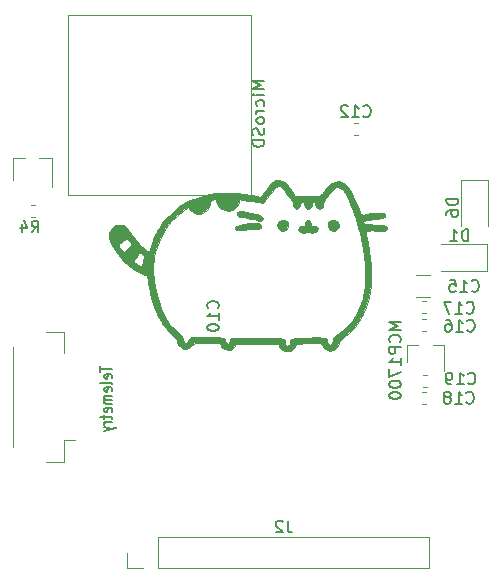
<source format=gbr>
%TF.GenerationSoftware,KiCad,Pcbnew,(5.1.6)-1*%
%TF.CreationDate,2020-08-20T13:52:42+07:00*%
%TF.ProjectId,drone_v3,64726f6e-655f-4763-932e-6b696361645f,rev?*%
%TF.SameCoordinates,Original*%
%TF.FileFunction,Legend,Bot*%
%TF.FilePolarity,Positive*%
%FSLAX46Y46*%
G04 Gerber Fmt 4.6, Leading zero omitted, Abs format (unit mm)*
G04 Created by KiCad (PCBNEW (5.1.6)-1) date 2020-08-20 13:52:42*
%MOMM*%
%LPD*%
G01*
G04 APERTURE LIST*
%ADD10C,0.120000*%
%ADD11C,0.010000*%
%ADD12C,0.150000*%
%ADD13C,0.200000*%
G04 APERTURE END LIST*
D10*
%TO.C,MicroSD*%
X118000000Y-82435000D02*
X125874000Y-82435000D01*
X125874000Y-82435000D02*
X125874000Y-93865000D01*
X125874000Y-93865000D02*
X125874000Y-96405000D01*
X110380000Y-96405000D02*
X110380000Y-84975000D01*
X110380000Y-82435000D02*
X118254000Y-82435000D01*
X110380000Y-84975000D02*
X110380000Y-82435000D01*
X118254000Y-97675000D02*
X110380000Y-97675000D01*
X110380000Y-96405000D02*
X110380000Y-97675000D01*
X118254000Y-97675000D02*
X125874000Y-97675000D01*
X125874000Y-97675000D02*
X125874000Y-96405000D01*
%TO.C,D6*%
X143615000Y-100350000D02*
X143615000Y-96465000D01*
X143615000Y-96465000D02*
X145885000Y-96465000D01*
X145885000Y-96465000D02*
X145885000Y-100350000D01*
%TO.C,D1*%
X145785000Y-104135000D02*
X141900000Y-104135000D01*
X145785000Y-101865000D02*
X145785000Y-104135000D01*
X141900000Y-101865000D02*
X145785000Y-101865000D01*
%TO.C,C15*%
X141027064Y-106310000D02*
X139822936Y-106310000D01*
X141027064Y-104490000D02*
X139822936Y-104490000D01*
%TO.C,MCP1700*%
X139020000Y-110415000D02*
X139020000Y-111875000D01*
X142180000Y-110415000D02*
X142180000Y-112575000D01*
X142180000Y-110415000D02*
X141250000Y-110415000D01*
X139020000Y-110415000D02*
X139950000Y-110415000D01*
D11*
%TO.C,G\u002A\u002A\u002A*%
G36*
X124706587Y-99118560D02*
G01*
X124640000Y-99187419D01*
X124622500Y-99296022D01*
X124646870Y-99417523D01*
X124733540Y-99502539D01*
X124902852Y-99561543D01*
X125175148Y-99605006D01*
X125236184Y-99611935D01*
X125511134Y-99653358D01*
X125830246Y-99717930D01*
X126076755Y-99779037D01*
X126354319Y-99852968D01*
X126537469Y-99890616D01*
X126653120Y-99893217D01*
X126728188Y-99862008D01*
X126778972Y-99811297D01*
X126833328Y-99672929D01*
X126765317Y-99541396D01*
X126579490Y-99418921D01*
X126280395Y-99307728D01*
X125872584Y-99210038D01*
X125388298Y-99131726D01*
X125061999Y-99094733D01*
X124841008Y-99089004D01*
X124706587Y-99118560D01*
G37*
X124706587Y-99118560D02*
X124640000Y-99187419D01*
X124622500Y-99296022D01*
X124646870Y-99417523D01*
X124733540Y-99502539D01*
X124902852Y-99561543D01*
X125175148Y-99605006D01*
X125236184Y-99611935D01*
X125511134Y-99653358D01*
X125830246Y-99717930D01*
X126076755Y-99779037D01*
X126354319Y-99852968D01*
X126537469Y-99890616D01*
X126653120Y-99893217D01*
X126728188Y-99862008D01*
X126778972Y-99811297D01*
X126833328Y-99672929D01*
X126765317Y-99541396D01*
X126579490Y-99418921D01*
X126280395Y-99307728D01*
X125872584Y-99210038D01*
X125388298Y-99131726D01*
X125061999Y-99094733D01*
X124841008Y-99089004D01*
X124706587Y-99118560D01*
G36*
X125856138Y-100105829D02*
G01*
X125738193Y-100110937D01*
X125247679Y-100149758D01*
X124878341Y-100213252D01*
X124630994Y-100301055D01*
X124506450Y-100412806D01*
X124505522Y-100548140D01*
X124561532Y-100636800D01*
X124645578Y-100698513D01*
X124777809Y-100717638D01*
X124985998Y-100695332D01*
X125162250Y-100661857D01*
X125346787Y-100636717D01*
X125608680Y-100617104D01*
X125898305Y-100606486D01*
X125966682Y-100605659D01*
X126288857Y-100599251D01*
X126504604Y-100580928D01*
X126634371Y-100544418D01*
X126698605Y-100483448D01*
X126717753Y-100391746D01*
X126718000Y-100375190D01*
X126693966Y-100254418D01*
X126611423Y-100171320D01*
X126454711Y-100121671D01*
X126208170Y-100101249D01*
X125856138Y-100105829D01*
G37*
X125856138Y-100105829D02*
X125738193Y-100110937D01*
X125247679Y-100149758D01*
X124878341Y-100213252D01*
X124630994Y-100301055D01*
X124506450Y-100412806D01*
X124505522Y-100548140D01*
X124561532Y-100636800D01*
X124645578Y-100698513D01*
X124777809Y-100717638D01*
X124985998Y-100695332D01*
X125162250Y-100661857D01*
X125346787Y-100636717D01*
X125608680Y-100617104D01*
X125898305Y-100606486D01*
X125966682Y-100605659D01*
X126288857Y-100599251D01*
X126504604Y-100580928D01*
X126634371Y-100544418D01*
X126698605Y-100483448D01*
X126717753Y-100391746D01*
X126718000Y-100375190D01*
X126693966Y-100254418D01*
X126611423Y-100171320D01*
X126454711Y-100121671D01*
X126208170Y-100101249D01*
X125856138Y-100105829D01*
G36*
X128218814Y-99908108D02*
G01*
X128087822Y-100074425D01*
X128052091Y-100266645D01*
X128095635Y-100458760D01*
X128202471Y-100624762D01*
X128356612Y-100738642D01*
X128542074Y-100774393D01*
X128718250Y-100720709D01*
X128913518Y-100553291D01*
X129000979Y-100345949D01*
X128976193Y-100125638D01*
X128848137Y-99932363D01*
X128646054Y-99801436D01*
X128430742Y-99796387D01*
X128218814Y-99908108D01*
G37*
X128218814Y-99908108D02*
X128087822Y-100074425D01*
X128052091Y-100266645D01*
X128095635Y-100458760D01*
X128202471Y-100624762D01*
X128356612Y-100738642D01*
X128542074Y-100774393D01*
X128718250Y-100720709D01*
X128913518Y-100553291D01*
X129000979Y-100345949D01*
X128976193Y-100125638D01*
X128848137Y-99932363D01*
X128646054Y-99801436D01*
X128430742Y-99796387D01*
X128218814Y-99908108D01*
G36*
X132653192Y-99805100D02*
G01*
X132461864Y-99932363D01*
X132329866Y-100138965D01*
X132313878Y-100357506D01*
X132409035Y-100560964D01*
X132603451Y-100718627D01*
X132744438Y-100778709D01*
X132864001Y-100772779D01*
X132941000Y-100747450D01*
X133134073Y-100619412D01*
X133244059Y-100430269D01*
X133264511Y-100216051D01*
X133188982Y-100012784D01*
X133091187Y-99908108D01*
X132867946Y-99793574D01*
X132653192Y-99805100D01*
G37*
X132653192Y-99805100D02*
X132461864Y-99932363D01*
X132329866Y-100138965D01*
X132313878Y-100357506D01*
X132409035Y-100560964D01*
X132603451Y-100718627D01*
X132744438Y-100778709D01*
X132864001Y-100772779D01*
X132941000Y-100747450D01*
X133134073Y-100619412D01*
X133244059Y-100430269D01*
X133264511Y-100216051D01*
X133188982Y-100012784D01*
X133091187Y-99908108D01*
X132867946Y-99793574D01*
X132653192Y-99805100D01*
G36*
X130531822Y-99837954D02*
G01*
X130427149Y-99964999D01*
X130388947Y-100141813D01*
X130367046Y-100296849D01*
X130315858Y-100358949D01*
X130204294Y-100362164D01*
X130189181Y-100360618D01*
X129982775Y-100379925D01*
X129861823Y-100469804D01*
X129834957Y-100599695D01*
X129910806Y-100739039D01*
X130054280Y-100838244D01*
X130232638Y-100904946D01*
X130380483Y-100901436D01*
X130475521Y-100871277D01*
X130690826Y-100831675D01*
X130786318Y-100858310D01*
X131019610Y-100916575D01*
X131258947Y-100866626D01*
X131339371Y-100820649D01*
X131459693Y-100682857D01*
X131472167Y-100540282D01*
X131391074Y-100422980D01*
X131230694Y-100361009D01*
X131120820Y-100360618D01*
X131001783Y-100361284D01*
X130946123Y-100306353D01*
X130922751Y-100161772D01*
X130921054Y-100141813D01*
X130864992Y-99934558D01*
X130750093Y-99819860D01*
X130594492Y-99811879D01*
X130531822Y-99837954D01*
G37*
X130531822Y-99837954D02*
X130427149Y-99964999D01*
X130388947Y-100141813D01*
X130367046Y-100296849D01*
X130315858Y-100358949D01*
X130204294Y-100362164D01*
X130189181Y-100360618D01*
X129982775Y-100379925D01*
X129861823Y-100469804D01*
X129834957Y-100599695D01*
X129910806Y-100739039D01*
X130054280Y-100838244D01*
X130232638Y-100904946D01*
X130380483Y-100901436D01*
X130475521Y-100871277D01*
X130690826Y-100831675D01*
X130786318Y-100858310D01*
X131019610Y-100916575D01*
X131258947Y-100866626D01*
X131339371Y-100820649D01*
X131459693Y-100682857D01*
X131472167Y-100540282D01*
X131391074Y-100422980D01*
X131230694Y-100361009D01*
X131120820Y-100360618D01*
X131001783Y-100361284D01*
X130946123Y-100306353D01*
X130922751Y-100161772D01*
X130921054Y-100141813D01*
X130864992Y-99934558D01*
X130750093Y-99819860D01*
X130594492Y-99811879D01*
X130531822Y-99837954D01*
G36*
X128052238Y-96450081D02*
G01*
X127914901Y-96480710D01*
X127845125Y-96484916D01*
X127799078Y-96522161D01*
X127797500Y-96537999D01*
X127748256Y-96598470D01*
X127726690Y-96601500D01*
X127644831Y-96645070D01*
X127519332Y-96755291D01*
X127456815Y-96820528D01*
X127352202Y-96937345D01*
X127261581Y-97044845D01*
X127163298Y-97170840D01*
X127035696Y-97343143D01*
X126857119Y-97589564D01*
X126845979Y-97605001D01*
X126694918Y-97783446D01*
X126577931Y-97849340D01*
X126540531Y-97846309D01*
X126408948Y-97816995D01*
X126220262Y-97784846D01*
X126175708Y-97778355D01*
X125967398Y-97746953D01*
X125786329Y-97716220D01*
X125762958Y-97711776D01*
X125601031Y-97684940D01*
X125387463Y-97655253D01*
X125321000Y-97647008D01*
X125108669Y-97618393D01*
X124926130Y-97588550D01*
X124885550Y-97580480D01*
X124760641Y-97567876D01*
X124537561Y-97558644D01*
X124245094Y-97552755D01*
X123912022Y-97550177D01*
X123567129Y-97550880D01*
X123239199Y-97554834D01*
X122957015Y-97562006D01*
X122749360Y-97572366D01*
X122656543Y-97582866D01*
X122488660Y-97614000D01*
X122279802Y-97648166D01*
X122247558Y-97653044D01*
X122058557Y-97692395D01*
X121807879Y-97759477D01*
X121527948Y-97843772D01*
X121251187Y-97934760D01*
X121010018Y-98021920D01*
X120836862Y-98094733D01*
X120773902Y-98131183D01*
X120700742Y-98173926D01*
X120685500Y-98163734D01*
X120636273Y-98161922D01*
X120504202Y-98217232D01*
X120312704Y-98317234D01*
X120085198Y-98449497D01*
X119845099Y-98601590D01*
X119785561Y-98641452D01*
X119590703Y-98788023D01*
X119357505Y-98985505D01*
X119106522Y-99213780D01*
X118858310Y-99452732D01*
X118633423Y-99682243D01*
X118452418Y-99882194D01*
X118335849Y-100032470D01*
X118305530Y-100089969D01*
X118252933Y-100194565D01*
X118215378Y-100221000D01*
X118171465Y-100273718D01*
X118087165Y-100413603D01*
X117976878Y-100613246D01*
X117855009Y-100845239D01*
X117735959Y-101082177D01*
X117634131Y-101296650D01*
X117564689Y-101459250D01*
X117509342Y-101601646D01*
X117435332Y-101789188D01*
X117421337Y-101824374D01*
X117368940Y-101972420D01*
X117352196Y-102055775D01*
X117356621Y-102062499D01*
X117351881Y-102111210D01*
X117300052Y-102229983D01*
X117292414Y-102244949D01*
X117238537Y-102381255D01*
X117235749Y-102464633D01*
X117237866Y-102467199D01*
X117260838Y-102508726D01*
X117195799Y-102491303D01*
X117062724Y-102422826D01*
X116942355Y-102350367D01*
X116515374Y-102014885D01*
X116443686Y-101935650D01*
X115734402Y-101935650D01*
X115431826Y-102243012D01*
X115272818Y-102399360D01*
X115147170Y-102513430D01*
X115082242Y-102560437D01*
X115022825Y-102518672D01*
X114917095Y-102400140D01*
X114817009Y-102269789D01*
X114693161Y-102083379D01*
X114646646Y-101963959D01*
X114667757Y-101886036D01*
X114669864Y-101883430D01*
X114767532Y-101792881D01*
X114921012Y-101676064D01*
X115092215Y-101558945D01*
X115243049Y-101467495D01*
X115335422Y-101427682D01*
X115338628Y-101427500D01*
X115405708Y-101476128D01*
X115508862Y-101599659D01*
X115566263Y-101681575D01*
X115734402Y-101935650D01*
X116443686Y-101935650D01*
X116099471Y-101555200D01*
X115777367Y-101101374D01*
X115534291Y-100745580D01*
X115326350Y-100493029D01*
X115138374Y-100330355D01*
X114955190Y-100244190D01*
X114778116Y-100221000D01*
X114419711Y-100271574D01*
X114141214Y-100418249D01*
X113949182Y-100653451D01*
X113850167Y-100969609D01*
X113844348Y-101299821D01*
X113934640Y-101710865D01*
X114134967Y-102147373D01*
X114448310Y-102614306D01*
X114877650Y-103116625D01*
X115034000Y-103279527D01*
X115307174Y-103550916D01*
X115528971Y-103751318D01*
X115731742Y-103905234D01*
X115947842Y-104037166D01*
X116209622Y-104171617D01*
X116216088Y-104174763D01*
X116475246Y-104297974D01*
X116703161Y-104401252D01*
X116868297Y-104470562D01*
X116924971Y-104490230D01*
X117003078Y-104533686D01*
X117052403Y-104633900D01*
X117085715Y-104821541D01*
X117094210Y-104896744D01*
X117132695Y-105200347D01*
X117185681Y-105539501D01*
X117243783Y-105858154D01*
X117292137Y-106078875D01*
X117349501Y-106308902D01*
X117401469Y-106519309D01*
X117414104Y-106571000D01*
X117441873Y-106664849D01*
X117450080Y-106682125D01*
X117475314Y-106748467D01*
X117478750Y-106761500D01*
X117504539Y-106836410D01*
X117507421Y-106840875D01*
X117529012Y-106908089D01*
X117540308Y-106959821D01*
X117580918Y-107092073D01*
X117659496Y-107292085D01*
X117763459Y-107533012D01*
X117880223Y-107788010D01*
X117997204Y-108030233D01*
X118101820Y-108232839D01*
X118181485Y-108368981D01*
X118221268Y-108412500D01*
X118269740Y-108462324D01*
X118272500Y-108486104D01*
X118316005Y-108599044D01*
X118434872Y-108777936D01*
X118611629Y-109002067D01*
X118828806Y-109250723D01*
X119068930Y-109503190D01*
X119314532Y-109738756D01*
X119373699Y-109791663D01*
X119547427Y-109985784D01*
X119606000Y-110155786D01*
X119647375Y-110303493D01*
X119750337Y-110473756D01*
X119786760Y-110517800D01*
X119953585Y-110664425D01*
X120142009Y-110726349D01*
X120229849Y-110734424D01*
X120398879Y-110729846D01*
X120538944Y-110680547D01*
X120698226Y-110565862D01*
X120773209Y-110501371D01*
X121054239Y-110254000D01*
X123168481Y-110254000D01*
X123256283Y-110464140D01*
X123404485Y-110672746D01*
X123639588Y-110792283D01*
X123921722Y-110825500D01*
X124087172Y-110809291D01*
X124216211Y-110742735D01*
X124357689Y-110598937D01*
X124379109Y-110573683D01*
X124590750Y-110321866D01*
X126347111Y-110312372D01*
X126808961Y-110311407D01*
X127230430Y-110313448D01*
X127594478Y-110318179D01*
X127884070Y-110325284D01*
X128082169Y-110334445D01*
X128171736Y-110345347D01*
X128173772Y-110346327D01*
X128215052Y-110424067D01*
X128205648Y-110451947D01*
X128225649Y-110527040D01*
X128318976Y-110650680D01*
X128399633Y-110733309D01*
X128661186Y-110907722D01*
X128937059Y-110960071D01*
X129211986Y-110889392D01*
X129361996Y-110794022D01*
X129501905Y-110653979D01*
X129591356Y-110510116D01*
X129599032Y-110486386D01*
X129635654Y-110400765D01*
X129713108Y-110348286D01*
X129863289Y-110314718D01*
X130028226Y-110294909D01*
X130268704Y-110276855D01*
X130583883Y-110262873D01*
X130921480Y-110255005D01*
X131075435Y-110254000D01*
X131731239Y-110254000D01*
X131826851Y-110438893D01*
X132021717Y-110699029D01*
X132279275Y-110849100D01*
X132543164Y-110889000D01*
X132743915Y-110871941D01*
X132895848Y-110802406D01*
X133042601Y-110673099D01*
X133203109Y-110470212D01*
X133258197Y-110278963D01*
X133258500Y-110262849D01*
X133271891Y-110158214D01*
X133325216Y-110060331D01*
X133438203Y-109946230D01*
X133630580Y-109792944D01*
X133718875Y-109726856D01*
X134200991Y-109330993D01*
X134600379Y-108911176D01*
X134959510Y-108422138D01*
X134996586Y-108364972D01*
X135343560Y-107775019D01*
X135596174Y-107227300D01*
X135766182Y-106694275D01*
X135823366Y-106427510D01*
X135852123Y-106270358D01*
X135893719Y-106044218D01*
X135928445Y-105856010D01*
X135982188Y-105426267D01*
X136006775Y-104900038D01*
X136005689Y-104683261D01*
X135509233Y-104683261D01*
X135454026Y-105541896D01*
X135326990Y-106321401D01*
X135284668Y-106498587D01*
X135075343Y-107132719D01*
X134783990Y-107743961D01*
X134425778Y-108310661D01*
X134015878Y-108811168D01*
X133569462Y-109223831D01*
X133199702Y-109474197D01*
X132967491Y-109619534D01*
X132830578Y-109749393D01*
X132765937Y-109894440D01*
X132750500Y-110072481D01*
X132717958Y-110280574D01*
X132641015Y-110372460D01*
X132488573Y-110400989D01*
X132367274Y-110324863D01*
X132307785Y-110166424D01*
X132306000Y-110128366D01*
X132298521Y-110012673D01*
X132266578Y-109923719D01*
X132195912Y-109858560D01*
X132072262Y-109814254D01*
X131881371Y-109787859D01*
X131608978Y-109776431D01*
X131240825Y-109777028D01*
X130762652Y-109786707D01*
X130662593Y-109789218D01*
X130183330Y-109802434D01*
X129816130Y-109817175D01*
X129546083Y-109837436D01*
X129358276Y-109867210D01*
X129237798Y-109910493D01*
X129169736Y-109971278D01*
X129139179Y-110053561D01*
X129131214Y-110161335D01*
X129131000Y-110199481D01*
X129092824Y-110355890D01*
X129021515Y-110435960D01*
X128869318Y-110463699D01*
X128746980Y-110387945D01*
X128687864Y-110232157D01*
X128686500Y-110200402D01*
X128686175Y-110098488D01*
X128677172Y-110015918D01*
X128647449Y-109950766D01*
X128584965Y-109901103D01*
X128477680Y-109865004D01*
X128313551Y-109840541D01*
X128080537Y-109825788D01*
X127766598Y-109818818D01*
X127359691Y-109817704D01*
X126847776Y-109820520D01*
X126337000Y-109824441D01*
X124146250Y-109841250D01*
X124079528Y-110047672D01*
X123988581Y-110263274D01*
X123892036Y-110356619D01*
X123784463Y-110332449D01*
X123767942Y-110319733D01*
X123689058Y-110193981D01*
X123670000Y-110091075D01*
X123658968Y-109984237D01*
X123616379Y-109901761D01*
X123527994Y-109840569D01*
X123379576Y-109797584D01*
X123156885Y-109769727D01*
X122845685Y-109753922D01*
X122431735Y-109747090D01*
X122073565Y-109746000D01*
X121672476Y-109747843D01*
X121310683Y-109752991D01*
X121008872Y-109760867D01*
X120787728Y-109770895D01*
X120667937Y-109782500D01*
X120656578Y-109785451D01*
X120565362Y-109866940D01*
X120474633Y-110015991D01*
X120462083Y-110044338D01*
X120360348Y-110206755D01*
X120255399Y-110247189D01*
X120166307Y-110168687D01*
X120114000Y-109988732D01*
X120083976Y-109869548D01*
X120016856Y-109746971D01*
X119895953Y-109599485D01*
X119704580Y-109405578D01*
X119542500Y-109251935D01*
X119015275Y-108681047D01*
X118570104Y-108028741D01*
X118204836Y-107290091D01*
X117917322Y-106460173D01*
X117705409Y-105534061D01*
X117597691Y-104798523D01*
X117544975Y-104178080D01*
X117545772Y-103630949D01*
X117604376Y-103113367D01*
X117646740Y-102926718D01*
X116800447Y-102926718D01*
X116770824Y-103077350D01*
X116719569Y-103273014D01*
X116657627Y-103476610D01*
X116595945Y-103651039D01*
X116545469Y-103759199D01*
X116526406Y-103777000D01*
X116437167Y-103745078D01*
X116281893Y-103662854D01*
X116154369Y-103585797D01*
X115969363Y-103450038D01*
X115894307Y-103348895D01*
X115898355Y-103315922D01*
X115955687Y-103223421D01*
X116058562Y-103062797D01*
X116161810Y-102903924D01*
X116379784Y-102570598D01*
X116580017Y-102708735D01*
X116712775Y-102800193D01*
X116791075Y-102853890D01*
X116797491Y-102858218D01*
X116800447Y-102926718D01*
X117646740Y-102926718D01*
X117725079Y-102581569D01*
X117857344Y-102151842D01*
X118189380Y-101311546D01*
X118589947Y-100575109D01*
X119063301Y-99936859D01*
X119613699Y-99391119D01*
X120245398Y-98932215D01*
X120295738Y-98901402D01*
X120509226Y-98772282D01*
X120698502Y-98987856D01*
X120958600Y-99195422D01*
X121271395Y-99306056D01*
X121597953Y-99305996D01*
X121598256Y-99305939D01*
X121889769Y-99190951D01*
X122136588Y-98980881D01*
X122313894Y-98706079D01*
X122396868Y-98396897D01*
X122400001Y-98325445D01*
X122429626Y-98175459D01*
X122534381Y-98104402D01*
X122542875Y-98102023D01*
X122749306Y-98062639D01*
X122863453Y-98088384D01*
X122906063Y-98186478D01*
X122908000Y-98229129D01*
X122962588Y-98459868D01*
X123107294Y-98692607D01*
X123313536Y-98884195D01*
X123362710Y-98915586D01*
X123622942Y-99013321D01*
X123915073Y-99038606D01*
X124189327Y-98991734D01*
X124352876Y-98909747D01*
X124540739Y-98734088D01*
X124697079Y-98522986D01*
X124794384Y-98318103D01*
X124813000Y-98212946D01*
X124810968Y-98158054D01*
X124816014Y-98118940D01*
X124844859Y-98096269D01*
X124914219Y-98090704D01*
X125040813Y-98102910D01*
X125241360Y-98133551D01*
X125532577Y-98183290D01*
X125931183Y-98252792D01*
X125965258Y-98258713D01*
X126276011Y-98308801D01*
X126546122Y-98345117D01*
X126748562Y-98364534D01*
X126856305Y-98363921D01*
X126861364Y-98362441D01*
X126933092Y-98298798D01*
X127058535Y-98152451D01*
X127219707Y-97945518D01*
X127389791Y-97712597D01*
X127579410Y-97458916D01*
X127762214Y-97238561D01*
X127916192Y-97076714D01*
X128010331Y-97002702D01*
X128150026Y-96943952D01*
X128254051Y-96958753D01*
X128361646Y-97028605D01*
X128468566Y-97132807D01*
X128620480Y-97313672D01*
X128793176Y-97541373D01*
X128894946Y-97685516D01*
X129054500Y-97911755D01*
X129191998Y-98095101D01*
X129289401Y-98212139D01*
X129323571Y-98241916D01*
X129365279Y-98313100D01*
X129384802Y-98458322D01*
X129385000Y-98475505D01*
X129426009Y-98685484D01*
X129530741Y-98826246D01*
X129671756Y-98883928D01*
X129821615Y-98844668D01*
X129921150Y-98746370D01*
X129997635Y-98583909D01*
X130020000Y-98460620D01*
X130050079Y-98349445D01*
X130162536Y-98316206D01*
X130178750Y-98316000D01*
X130293178Y-98337191D01*
X130334216Y-98426434D01*
X130337500Y-98501964D01*
X130387095Y-98709295D01*
X130519501Y-98846596D01*
X130678586Y-98887499D01*
X130855160Y-98839991D01*
X130951538Y-98695689D01*
X130972500Y-98525550D01*
X130986131Y-98380805D01*
X131046180Y-98323891D01*
X131131250Y-98316000D01*
X131245678Y-98337191D01*
X131286716Y-98426434D01*
X131290000Y-98501964D01*
X131339595Y-98709295D01*
X131472001Y-98846596D01*
X131631086Y-98887499D01*
X131807382Y-98840195D01*
X131903722Y-98696229D01*
X131925001Y-98523731D01*
X131943285Y-98402160D01*
X132006559Y-98257949D01*
X132127448Y-98069158D01*
X132318582Y-97813843D01*
X132374890Y-97742030D01*
X132603675Y-97458461D01*
X132777669Y-97262824D01*
X132915700Y-97139569D01*
X133036600Y-97073143D01*
X133159198Y-97047995D01*
X133217628Y-97046000D01*
X133398474Y-97107621D01*
X133595216Y-97287885D01*
X133804570Y-97579891D01*
X134023255Y-97976736D01*
X134247987Y-98471521D01*
X134475486Y-99057343D01*
X134702467Y-99727302D01*
X134925649Y-100474496D01*
X135029785Y-100856000D01*
X135252888Y-101831864D01*
X135407764Y-102808315D01*
X135493513Y-103765424D01*
X135509233Y-104683261D01*
X136005689Y-104683261D01*
X136003787Y-104304061D01*
X135974804Y-103665077D01*
X135921403Y-103009824D01*
X135845166Y-102365040D01*
X135747671Y-101757465D01*
X135661910Y-101343838D01*
X135608360Y-101092874D01*
X135574182Y-100891233D01*
X135564017Y-100768735D01*
X135568982Y-100746852D01*
X135647339Y-100730367D01*
X135819694Y-100721453D01*
X136053303Y-100719591D01*
X136315422Y-100724260D01*
X136573307Y-100734941D01*
X136794214Y-100751115D01*
X136926322Y-100768393D01*
X137140232Y-100765980D01*
X137276541Y-100672080D01*
X137322500Y-100502722D01*
X137316931Y-100409255D01*
X137284006Y-100348785D01*
X137199402Y-100310974D01*
X137038795Y-100285481D01*
X136777860Y-100261966D01*
X136751000Y-100259786D01*
X136274122Y-100220986D01*
X135910258Y-100189665D01*
X135645863Y-100162724D01*
X135467394Y-100137063D01*
X135361305Y-100109584D01*
X135314053Y-100077187D01*
X135312093Y-100036774D01*
X135341881Y-99985246D01*
X135371910Y-99944244D01*
X135447303Y-99890089D01*
X135596963Y-99845264D01*
X135839121Y-99805712D01*
X136147750Y-99771607D01*
X136527922Y-99732648D01*
X136800027Y-99697227D01*
X136982655Y-99659524D01*
X137094394Y-99613719D01*
X137153833Y-99553993D01*
X137179560Y-99474527D01*
X137183317Y-99447407D01*
X137168821Y-99306976D01*
X137067089Y-99236302D01*
X137066235Y-99236031D01*
X136919329Y-99218693D01*
X136671904Y-99221582D01*
X136348503Y-99242817D01*
X135973669Y-99280519D01*
X135571945Y-99332806D01*
X135342010Y-99368143D01*
X135173082Y-99351643D01*
X135074062Y-99230374D01*
X135056719Y-99173250D01*
X134975995Y-98912363D01*
X134842858Y-98572623D01*
X134670027Y-98184204D01*
X134470221Y-97777278D01*
X134459573Y-97756642D01*
X134194355Y-97290315D01*
X133940687Y-96943028D01*
X133692028Y-96708116D01*
X133441836Y-96578916D01*
X133273613Y-96548369D01*
X132966967Y-96577087D01*
X132675509Y-96705199D01*
X132387460Y-96940608D01*
X132091041Y-97291216D01*
X132020250Y-97389254D01*
X131912541Y-97539451D01*
X131818274Y-97648614D01*
X131715442Y-97723287D01*
X131582035Y-97770016D01*
X131396043Y-97795347D01*
X131135457Y-97805823D01*
X130778267Y-97807992D01*
X130612178Y-97807999D01*
X129577302Y-97807999D01*
X129402371Y-97538124D01*
X129295224Y-97377018D01*
X129215421Y-97264602D01*
X129192035Y-97236500D01*
X129136702Y-97168452D01*
X129040781Y-97036295D01*
X129003273Y-96982500D01*
X128842652Y-96772893D01*
X128683990Y-96633705D01*
X128474736Y-96520649D01*
X128433238Y-96502109D01*
X128205714Y-96440510D01*
X128052238Y-96450081D01*
G37*
X128052238Y-96450081D02*
X127914901Y-96480710D01*
X127845125Y-96484916D01*
X127799078Y-96522161D01*
X127797500Y-96537999D01*
X127748256Y-96598470D01*
X127726690Y-96601500D01*
X127644831Y-96645070D01*
X127519332Y-96755291D01*
X127456815Y-96820528D01*
X127352202Y-96937345D01*
X127261581Y-97044845D01*
X127163298Y-97170840D01*
X127035696Y-97343143D01*
X126857119Y-97589564D01*
X126845979Y-97605001D01*
X126694918Y-97783446D01*
X126577931Y-97849340D01*
X126540531Y-97846309D01*
X126408948Y-97816995D01*
X126220262Y-97784846D01*
X126175708Y-97778355D01*
X125967398Y-97746953D01*
X125786329Y-97716220D01*
X125762958Y-97711776D01*
X125601031Y-97684940D01*
X125387463Y-97655253D01*
X125321000Y-97647008D01*
X125108669Y-97618393D01*
X124926130Y-97588550D01*
X124885550Y-97580480D01*
X124760641Y-97567876D01*
X124537561Y-97558644D01*
X124245094Y-97552755D01*
X123912022Y-97550177D01*
X123567129Y-97550880D01*
X123239199Y-97554834D01*
X122957015Y-97562006D01*
X122749360Y-97572366D01*
X122656543Y-97582866D01*
X122488660Y-97614000D01*
X122279802Y-97648166D01*
X122247558Y-97653044D01*
X122058557Y-97692395D01*
X121807879Y-97759477D01*
X121527948Y-97843772D01*
X121251187Y-97934760D01*
X121010018Y-98021920D01*
X120836862Y-98094733D01*
X120773902Y-98131183D01*
X120700742Y-98173926D01*
X120685500Y-98163734D01*
X120636273Y-98161922D01*
X120504202Y-98217232D01*
X120312704Y-98317234D01*
X120085198Y-98449497D01*
X119845099Y-98601590D01*
X119785561Y-98641452D01*
X119590703Y-98788023D01*
X119357505Y-98985505D01*
X119106522Y-99213780D01*
X118858310Y-99452732D01*
X118633423Y-99682243D01*
X118452418Y-99882194D01*
X118335849Y-100032470D01*
X118305530Y-100089969D01*
X118252933Y-100194565D01*
X118215378Y-100221000D01*
X118171465Y-100273718D01*
X118087165Y-100413603D01*
X117976878Y-100613246D01*
X117855009Y-100845239D01*
X117735959Y-101082177D01*
X117634131Y-101296650D01*
X117564689Y-101459250D01*
X117509342Y-101601646D01*
X117435332Y-101789188D01*
X117421337Y-101824374D01*
X117368940Y-101972420D01*
X117352196Y-102055775D01*
X117356621Y-102062499D01*
X117351881Y-102111210D01*
X117300052Y-102229983D01*
X117292414Y-102244949D01*
X117238537Y-102381255D01*
X117235749Y-102464633D01*
X117237866Y-102467199D01*
X117260838Y-102508726D01*
X117195799Y-102491303D01*
X117062724Y-102422826D01*
X116942355Y-102350367D01*
X116515374Y-102014885D01*
X116443686Y-101935650D01*
X115734402Y-101935650D01*
X115431826Y-102243012D01*
X115272818Y-102399360D01*
X115147170Y-102513430D01*
X115082242Y-102560437D01*
X115022825Y-102518672D01*
X114917095Y-102400140D01*
X114817009Y-102269789D01*
X114693161Y-102083379D01*
X114646646Y-101963959D01*
X114667757Y-101886036D01*
X114669864Y-101883430D01*
X114767532Y-101792881D01*
X114921012Y-101676064D01*
X115092215Y-101558945D01*
X115243049Y-101467495D01*
X115335422Y-101427682D01*
X115338628Y-101427500D01*
X115405708Y-101476128D01*
X115508862Y-101599659D01*
X115566263Y-101681575D01*
X115734402Y-101935650D01*
X116443686Y-101935650D01*
X116099471Y-101555200D01*
X115777367Y-101101374D01*
X115534291Y-100745580D01*
X115326350Y-100493029D01*
X115138374Y-100330355D01*
X114955190Y-100244190D01*
X114778116Y-100221000D01*
X114419711Y-100271574D01*
X114141214Y-100418249D01*
X113949182Y-100653451D01*
X113850167Y-100969609D01*
X113844348Y-101299821D01*
X113934640Y-101710865D01*
X114134967Y-102147373D01*
X114448310Y-102614306D01*
X114877650Y-103116625D01*
X115034000Y-103279527D01*
X115307174Y-103550916D01*
X115528971Y-103751318D01*
X115731742Y-103905234D01*
X115947842Y-104037166D01*
X116209622Y-104171617D01*
X116216088Y-104174763D01*
X116475246Y-104297974D01*
X116703161Y-104401252D01*
X116868297Y-104470562D01*
X116924971Y-104490230D01*
X117003078Y-104533686D01*
X117052403Y-104633900D01*
X117085715Y-104821541D01*
X117094210Y-104896744D01*
X117132695Y-105200347D01*
X117185681Y-105539501D01*
X117243783Y-105858154D01*
X117292137Y-106078875D01*
X117349501Y-106308902D01*
X117401469Y-106519309D01*
X117414104Y-106571000D01*
X117441873Y-106664849D01*
X117450080Y-106682125D01*
X117475314Y-106748467D01*
X117478750Y-106761500D01*
X117504539Y-106836410D01*
X117507421Y-106840875D01*
X117529012Y-106908089D01*
X117540308Y-106959821D01*
X117580918Y-107092073D01*
X117659496Y-107292085D01*
X117763459Y-107533012D01*
X117880223Y-107788010D01*
X117997204Y-108030233D01*
X118101820Y-108232839D01*
X118181485Y-108368981D01*
X118221268Y-108412500D01*
X118269740Y-108462324D01*
X118272500Y-108486104D01*
X118316005Y-108599044D01*
X118434872Y-108777936D01*
X118611629Y-109002067D01*
X118828806Y-109250723D01*
X119068930Y-109503190D01*
X119314532Y-109738756D01*
X119373699Y-109791663D01*
X119547427Y-109985784D01*
X119606000Y-110155786D01*
X119647375Y-110303493D01*
X119750337Y-110473756D01*
X119786760Y-110517800D01*
X119953585Y-110664425D01*
X120142009Y-110726349D01*
X120229849Y-110734424D01*
X120398879Y-110729846D01*
X120538944Y-110680547D01*
X120698226Y-110565862D01*
X120773209Y-110501371D01*
X121054239Y-110254000D01*
X123168481Y-110254000D01*
X123256283Y-110464140D01*
X123404485Y-110672746D01*
X123639588Y-110792283D01*
X123921722Y-110825500D01*
X124087172Y-110809291D01*
X124216211Y-110742735D01*
X124357689Y-110598937D01*
X124379109Y-110573683D01*
X124590750Y-110321866D01*
X126347111Y-110312372D01*
X126808961Y-110311407D01*
X127230430Y-110313448D01*
X127594478Y-110318179D01*
X127884070Y-110325284D01*
X128082169Y-110334445D01*
X128171736Y-110345347D01*
X128173772Y-110346327D01*
X128215052Y-110424067D01*
X128205648Y-110451947D01*
X128225649Y-110527040D01*
X128318976Y-110650680D01*
X128399633Y-110733309D01*
X128661186Y-110907722D01*
X128937059Y-110960071D01*
X129211986Y-110889392D01*
X129361996Y-110794022D01*
X129501905Y-110653979D01*
X129591356Y-110510116D01*
X129599032Y-110486386D01*
X129635654Y-110400765D01*
X129713108Y-110348286D01*
X129863289Y-110314718D01*
X130028226Y-110294909D01*
X130268704Y-110276855D01*
X130583883Y-110262873D01*
X130921480Y-110255005D01*
X131075435Y-110254000D01*
X131731239Y-110254000D01*
X131826851Y-110438893D01*
X132021717Y-110699029D01*
X132279275Y-110849100D01*
X132543164Y-110889000D01*
X132743915Y-110871941D01*
X132895848Y-110802406D01*
X133042601Y-110673099D01*
X133203109Y-110470212D01*
X133258197Y-110278963D01*
X133258500Y-110262849D01*
X133271891Y-110158214D01*
X133325216Y-110060331D01*
X133438203Y-109946230D01*
X133630580Y-109792944D01*
X133718875Y-109726856D01*
X134200991Y-109330993D01*
X134600379Y-108911176D01*
X134959510Y-108422138D01*
X134996586Y-108364972D01*
X135343560Y-107775019D01*
X135596174Y-107227300D01*
X135766182Y-106694275D01*
X135823366Y-106427510D01*
X135852123Y-106270358D01*
X135893719Y-106044218D01*
X135928445Y-105856010D01*
X135982188Y-105426267D01*
X136006775Y-104900038D01*
X136005689Y-104683261D01*
X135509233Y-104683261D01*
X135454026Y-105541896D01*
X135326990Y-106321401D01*
X135284668Y-106498587D01*
X135075343Y-107132719D01*
X134783990Y-107743961D01*
X134425778Y-108310661D01*
X134015878Y-108811168D01*
X133569462Y-109223831D01*
X133199702Y-109474197D01*
X132967491Y-109619534D01*
X132830578Y-109749393D01*
X132765937Y-109894440D01*
X132750500Y-110072481D01*
X132717958Y-110280574D01*
X132641015Y-110372460D01*
X132488573Y-110400989D01*
X132367274Y-110324863D01*
X132307785Y-110166424D01*
X132306000Y-110128366D01*
X132298521Y-110012673D01*
X132266578Y-109923719D01*
X132195912Y-109858560D01*
X132072262Y-109814254D01*
X131881371Y-109787859D01*
X131608978Y-109776431D01*
X131240825Y-109777028D01*
X130762652Y-109786707D01*
X130662593Y-109789218D01*
X130183330Y-109802434D01*
X129816130Y-109817175D01*
X129546083Y-109837436D01*
X129358276Y-109867210D01*
X129237798Y-109910493D01*
X129169736Y-109971278D01*
X129139179Y-110053561D01*
X129131214Y-110161335D01*
X129131000Y-110199481D01*
X129092824Y-110355890D01*
X129021515Y-110435960D01*
X128869318Y-110463699D01*
X128746980Y-110387945D01*
X128687864Y-110232157D01*
X128686500Y-110200402D01*
X128686175Y-110098488D01*
X128677172Y-110015918D01*
X128647449Y-109950766D01*
X128584965Y-109901103D01*
X128477680Y-109865004D01*
X128313551Y-109840541D01*
X128080537Y-109825788D01*
X127766598Y-109818818D01*
X127359691Y-109817704D01*
X126847776Y-109820520D01*
X126337000Y-109824441D01*
X124146250Y-109841250D01*
X124079528Y-110047672D01*
X123988581Y-110263274D01*
X123892036Y-110356619D01*
X123784463Y-110332449D01*
X123767942Y-110319733D01*
X123689058Y-110193981D01*
X123670000Y-110091075D01*
X123658968Y-109984237D01*
X123616379Y-109901761D01*
X123527994Y-109840569D01*
X123379576Y-109797584D01*
X123156885Y-109769727D01*
X122845685Y-109753922D01*
X122431735Y-109747090D01*
X122073565Y-109746000D01*
X121672476Y-109747843D01*
X121310683Y-109752991D01*
X121008872Y-109760867D01*
X120787728Y-109770895D01*
X120667937Y-109782500D01*
X120656578Y-109785451D01*
X120565362Y-109866940D01*
X120474633Y-110015991D01*
X120462083Y-110044338D01*
X120360348Y-110206755D01*
X120255399Y-110247189D01*
X120166307Y-110168687D01*
X120114000Y-109988732D01*
X120083976Y-109869548D01*
X120016856Y-109746971D01*
X119895953Y-109599485D01*
X119704580Y-109405578D01*
X119542500Y-109251935D01*
X119015275Y-108681047D01*
X118570104Y-108028741D01*
X118204836Y-107290091D01*
X117917322Y-106460173D01*
X117705409Y-105534061D01*
X117597691Y-104798523D01*
X117544975Y-104178080D01*
X117545772Y-103630949D01*
X117604376Y-103113367D01*
X117646740Y-102926718D01*
X116800447Y-102926718D01*
X116770824Y-103077350D01*
X116719569Y-103273014D01*
X116657627Y-103476610D01*
X116595945Y-103651039D01*
X116545469Y-103759199D01*
X116526406Y-103777000D01*
X116437167Y-103745078D01*
X116281893Y-103662854D01*
X116154369Y-103585797D01*
X115969363Y-103450038D01*
X115894307Y-103348895D01*
X115898355Y-103315922D01*
X115955687Y-103223421D01*
X116058562Y-103062797D01*
X116161810Y-102903924D01*
X116379784Y-102570598D01*
X116580017Y-102708735D01*
X116712775Y-102800193D01*
X116791075Y-102853890D01*
X116797491Y-102858218D01*
X116800447Y-102926718D01*
X117646740Y-102926718D01*
X117725079Y-102581569D01*
X117857344Y-102151842D01*
X118189380Y-101311546D01*
X118589947Y-100575109D01*
X119063301Y-99936859D01*
X119613699Y-99391119D01*
X120245398Y-98932215D01*
X120295738Y-98901402D01*
X120509226Y-98772282D01*
X120698502Y-98987856D01*
X120958600Y-99195422D01*
X121271395Y-99306056D01*
X121597953Y-99305996D01*
X121598256Y-99305939D01*
X121889769Y-99190951D01*
X122136588Y-98980881D01*
X122313894Y-98706079D01*
X122396868Y-98396897D01*
X122400001Y-98325445D01*
X122429626Y-98175459D01*
X122534381Y-98104402D01*
X122542875Y-98102023D01*
X122749306Y-98062639D01*
X122863453Y-98088384D01*
X122906063Y-98186478D01*
X122908000Y-98229129D01*
X122962588Y-98459868D01*
X123107294Y-98692607D01*
X123313536Y-98884195D01*
X123362710Y-98915586D01*
X123622942Y-99013321D01*
X123915073Y-99038606D01*
X124189327Y-98991734D01*
X124352876Y-98909747D01*
X124540739Y-98734088D01*
X124697079Y-98522986D01*
X124794384Y-98318103D01*
X124813000Y-98212946D01*
X124810968Y-98158054D01*
X124816014Y-98118940D01*
X124844859Y-98096269D01*
X124914219Y-98090704D01*
X125040813Y-98102910D01*
X125241360Y-98133551D01*
X125532577Y-98183290D01*
X125931183Y-98252792D01*
X125965258Y-98258713D01*
X126276011Y-98308801D01*
X126546122Y-98345117D01*
X126748562Y-98364534D01*
X126856305Y-98363921D01*
X126861364Y-98362441D01*
X126933092Y-98298798D01*
X127058535Y-98152451D01*
X127219707Y-97945518D01*
X127389791Y-97712597D01*
X127579410Y-97458916D01*
X127762214Y-97238561D01*
X127916192Y-97076714D01*
X128010331Y-97002702D01*
X128150026Y-96943952D01*
X128254051Y-96958753D01*
X128361646Y-97028605D01*
X128468566Y-97132807D01*
X128620480Y-97313672D01*
X128793176Y-97541373D01*
X128894946Y-97685516D01*
X129054500Y-97911755D01*
X129191998Y-98095101D01*
X129289401Y-98212139D01*
X129323571Y-98241916D01*
X129365279Y-98313100D01*
X129384802Y-98458322D01*
X129385000Y-98475505D01*
X129426009Y-98685484D01*
X129530741Y-98826246D01*
X129671756Y-98883928D01*
X129821615Y-98844668D01*
X129921150Y-98746370D01*
X129997635Y-98583909D01*
X130020000Y-98460620D01*
X130050079Y-98349445D01*
X130162536Y-98316206D01*
X130178750Y-98316000D01*
X130293178Y-98337191D01*
X130334216Y-98426434D01*
X130337500Y-98501964D01*
X130387095Y-98709295D01*
X130519501Y-98846596D01*
X130678586Y-98887499D01*
X130855160Y-98839991D01*
X130951538Y-98695689D01*
X130972500Y-98525550D01*
X130986131Y-98380805D01*
X131046180Y-98323891D01*
X131131250Y-98316000D01*
X131245678Y-98337191D01*
X131286716Y-98426434D01*
X131290000Y-98501964D01*
X131339595Y-98709295D01*
X131472001Y-98846596D01*
X131631086Y-98887499D01*
X131807382Y-98840195D01*
X131903722Y-98696229D01*
X131925001Y-98523731D01*
X131943285Y-98402160D01*
X132006559Y-98257949D01*
X132127448Y-98069158D01*
X132318582Y-97813843D01*
X132374890Y-97742030D01*
X132603675Y-97458461D01*
X132777669Y-97262824D01*
X132915700Y-97139569D01*
X133036600Y-97073143D01*
X133159198Y-97047995D01*
X133217628Y-97046000D01*
X133398474Y-97107621D01*
X133595216Y-97287885D01*
X133804570Y-97579891D01*
X134023255Y-97976736D01*
X134247987Y-98471521D01*
X134475486Y-99057343D01*
X134702467Y-99727302D01*
X134925649Y-100474496D01*
X135029785Y-100856000D01*
X135252888Y-101831864D01*
X135407764Y-102808315D01*
X135493513Y-103765424D01*
X135509233Y-104683261D01*
X136005689Y-104683261D01*
X136003787Y-104304061D01*
X135974804Y-103665077D01*
X135921403Y-103009824D01*
X135845166Y-102365040D01*
X135747671Y-101757465D01*
X135661910Y-101343838D01*
X135608360Y-101092874D01*
X135574182Y-100891233D01*
X135564017Y-100768735D01*
X135568982Y-100746852D01*
X135647339Y-100730367D01*
X135819694Y-100721453D01*
X136053303Y-100719591D01*
X136315422Y-100724260D01*
X136573307Y-100734941D01*
X136794214Y-100751115D01*
X136926322Y-100768393D01*
X137140232Y-100765980D01*
X137276541Y-100672080D01*
X137322500Y-100502722D01*
X137316931Y-100409255D01*
X137284006Y-100348785D01*
X137199402Y-100310974D01*
X137038795Y-100285481D01*
X136777860Y-100261966D01*
X136751000Y-100259786D01*
X136274122Y-100220986D01*
X135910258Y-100189665D01*
X135645863Y-100162724D01*
X135467394Y-100137063D01*
X135361305Y-100109584D01*
X135314053Y-100077187D01*
X135312093Y-100036774D01*
X135341881Y-99985246D01*
X135371910Y-99944244D01*
X135447303Y-99890089D01*
X135596963Y-99845264D01*
X135839121Y-99805712D01*
X136147750Y-99771607D01*
X136527922Y-99732648D01*
X136800027Y-99697227D01*
X136982655Y-99659524D01*
X137094394Y-99613719D01*
X137153833Y-99553993D01*
X137179560Y-99474527D01*
X137183317Y-99447407D01*
X137168821Y-99306976D01*
X137067089Y-99236302D01*
X137066235Y-99236031D01*
X136919329Y-99218693D01*
X136671904Y-99221582D01*
X136348503Y-99242817D01*
X135973669Y-99280519D01*
X135571945Y-99332806D01*
X135342010Y-99368143D01*
X135173082Y-99351643D01*
X135074062Y-99230374D01*
X135056719Y-99173250D01*
X134975995Y-98912363D01*
X134842858Y-98572623D01*
X134670027Y-98184204D01*
X134470221Y-97777278D01*
X134459573Y-97756642D01*
X134194355Y-97290315D01*
X133940687Y-96943028D01*
X133692028Y-96708116D01*
X133441836Y-96578916D01*
X133273613Y-96548369D01*
X132966967Y-96577087D01*
X132675509Y-96705199D01*
X132387460Y-96940608D01*
X132091041Y-97291216D01*
X132020250Y-97389254D01*
X131912541Y-97539451D01*
X131818274Y-97648614D01*
X131715442Y-97723287D01*
X131582035Y-97770016D01*
X131396043Y-97795347D01*
X131135457Y-97805823D01*
X130778267Y-97807992D01*
X130612178Y-97807999D01*
X129577302Y-97807999D01*
X129402371Y-97538124D01*
X129295224Y-97377018D01*
X129215421Y-97264602D01*
X129192035Y-97236500D01*
X129136702Y-97168452D01*
X129040781Y-97036295D01*
X129003273Y-96982500D01*
X128842652Y-96772893D01*
X128683990Y-96633705D01*
X128474736Y-96520649D01*
X128433238Y-96502109D01*
X128205714Y-96440510D01*
X128052238Y-96450081D01*
D10*
%TO.C,Telemetry*%
X108510000Y-120285000D02*
X109960000Y-120285000D01*
X109960000Y-120285000D02*
X109960000Y-118485000D01*
X109960000Y-118485000D02*
X110950000Y-118485000D01*
X108510000Y-109315000D02*
X109960000Y-109315000D01*
X109960000Y-109315000D02*
X109960000Y-111115000D01*
X105690000Y-119015000D02*
X105690000Y-110585000D01*
%TO.C,R4*%
X107551267Y-98560000D02*
X107208733Y-98560000D01*
X107551267Y-99580000D02*
X107208733Y-99580000D01*
%TO.C,Q2*%
X108950000Y-97010000D02*
X108950000Y-94610000D01*
X108950000Y-94610000D02*
X107900000Y-94610000D01*
X105650000Y-96410000D02*
X105650000Y-94610000D01*
X105650000Y-94610000D02*
X106700000Y-94610000D01*
%TO.C,J2*%
X117970000Y-126670000D02*
X117970000Y-129330000D01*
X117970000Y-126670000D02*
X140890000Y-126670000D01*
X140890000Y-126670000D02*
X140890000Y-129330000D01*
X117970000Y-129330000D02*
X140890000Y-129330000D01*
X115370000Y-129330000D02*
X116700000Y-129330000D01*
X115370000Y-128000000D02*
X115370000Y-129330000D01*
%TO.C,C19*%
X140403733Y-113960000D02*
X140746267Y-113960000D01*
X140403733Y-112940000D02*
X140746267Y-112940000D01*
%TO.C,C18*%
X140278733Y-115410000D02*
X140621267Y-115410000D01*
X140278733Y-114390000D02*
X140621267Y-114390000D01*
%TO.C,C17*%
X140621267Y-106665000D02*
X140278733Y-106665000D01*
X140621267Y-107685000D02*
X140278733Y-107685000D01*
%TO.C,C16*%
X140621267Y-108190000D02*
X140278733Y-108190000D01*
X140621267Y-109210000D02*
X140278733Y-109210000D01*
%TO.C,C12*%
X134871267Y-91590000D02*
X134528733Y-91590000D01*
X134871267Y-92610000D02*
X134528733Y-92610000D01*
%TO.C,MicroSD*%
D12*
X126957380Y-88096904D02*
X125957380Y-88096904D01*
X126671666Y-88430238D01*
X125957380Y-88763571D01*
X126957380Y-88763571D01*
X126957380Y-89239761D02*
X126290714Y-89239761D01*
X125957380Y-89239761D02*
X126005000Y-89192142D01*
X126052619Y-89239761D01*
X126005000Y-89287380D01*
X125957380Y-89239761D01*
X126052619Y-89239761D01*
X126909761Y-90144523D02*
X126957380Y-90049285D01*
X126957380Y-89858809D01*
X126909761Y-89763571D01*
X126862142Y-89715952D01*
X126766904Y-89668333D01*
X126481190Y-89668333D01*
X126385952Y-89715952D01*
X126338333Y-89763571D01*
X126290714Y-89858809D01*
X126290714Y-90049285D01*
X126338333Y-90144523D01*
X126957380Y-90573095D02*
X126290714Y-90573095D01*
X126481190Y-90573095D02*
X126385952Y-90620714D01*
X126338333Y-90668333D01*
X126290714Y-90763571D01*
X126290714Y-90858809D01*
X126957380Y-91335000D02*
X126909761Y-91239761D01*
X126862142Y-91192142D01*
X126766904Y-91144523D01*
X126481190Y-91144523D01*
X126385952Y-91192142D01*
X126338333Y-91239761D01*
X126290714Y-91335000D01*
X126290714Y-91477857D01*
X126338333Y-91573095D01*
X126385952Y-91620714D01*
X126481190Y-91668333D01*
X126766904Y-91668333D01*
X126862142Y-91620714D01*
X126909761Y-91573095D01*
X126957380Y-91477857D01*
X126957380Y-91335000D01*
X126909761Y-92049285D02*
X126957380Y-92192142D01*
X126957380Y-92430238D01*
X126909761Y-92525476D01*
X126862142Y-92573095D01*
X126766904Y-92620714D01*
X126671666Y-92620714D01*
X126576428Y-92573095D01*
X126528809Y-92525476D01*
X126481190Y-92430238D01*
X126433571Y-92239761D01*
X126385952Y-92144523D01*
X126338333Y-92096904D01*
X126243095Y-92049285D01*
X126147857Y-92049285D01*
X126052619Y-92096904D01*
X126005000Y-92144523D01*
X125957380Y-92239761D01*
X125957380Y-92477857D01*
X126005000Y-92620714D01*
X126957380Y-93049285D02*
X125957380Y-93049285D01*
X125957380Y-93287380D01*
X126005000Y-93430238D01*
X126100238Y-93525476D01*
X126195476Y-93573095D01*
X126385952Y-93620714D01*
X126528809Y-93620714D01*
X126719285Y-93573095D01*
X126814523Y-93525476D01*
X126909761Y-93430238D01*
X126957380Y-93287380D01*
X126957380Y-93049285D01*
%TO.C,D6*%
X143382380Y-98011904D02*
X142382380Y-98011904D01*
X142382380Y-98250000D01*
X142430000Y-98392857D01*
X142525238Y-98488095D01*
X142620476Y-98535714D01*
X142810952Y-98583333D01*
X142953809Y-98583333D01*
X143144285Y-98535714D01*
X143239523Y-98488095D01*
X143334761Y-98392857D01*
X143382380Y-98250000D01*
X143382380Y-98011904D01*
X142382380Y-99440476D02*
X142382380Y-99250000D01*
X142430000Y-99154761D01*
X142477619Y-99107142D01*
X142620476Y-99011904D01*
X142810952Y-98964285D01*
X143191904Y-98964285D01*
X143287142Y-99011904D01*
X143334761Y-99059523D01*
X143382380Y-99154761D01*
X143382380Y-99345238D01*
X143334761Y-99440476D01*
X143287142Y-99488095D01*
X143191904Y-99535714D01*
X142953809Y-99535714D01*
X142858571Y-99488095D01*
X142810952Y-99440476D01*
X142763333Y-99345238D01*
X142763333Y-99154761D01*
X142810952Y-99059523D01*
X142858571Y-99011904D01*
X142953809Y-98964285D01*
%TO.C,D1*%
X144238095Y-101632380D02*
X144238095Y-100632380D01*
X144000000Y-100632380D01*
X143857142Y-100680000D01*
X143761904Y-100775238D01*
X143714285Y-100870476D01*
X143666666Y-101060952D01*
X143666666Y-101203809D01*
X143714285Y-101394285D01*
X143761904Y-101489523D01*
X143857142Y-101584761D01*
X144000000Y-101632380D01*
X144238095Y-101632380D01*
X142714285Y-101632380D02*
X143285714Y-101632380D01*
X143000000Y-101632380D02*
X143000000Y-100632380D01*
X143095238Y-100775238D01*
X143190476Y-100870476D01*
X143285714Y-100918095D01*
%TO.C,C10*%
X123027142Y-107307142D02*
X123074761Y-107259523D01*
X123122380Y-107116666D01*
X123122380Y-107021428D01*
X123074761Y-106878571D01*
X122979523Y-106783333D01*
X122884285Y-106735714D01*
X122693809Y-106688095D01*
X122550952Y-106688095D01*
X122360476Y-106735714D01*
X122265238Y-106783333D01*
X122170000Y-106878571D01*
X122122380Y-107021428D01*
X122122380Y-107116666D01*
X122170000Y-107259523D01*
X122217619Y-107307142D01*
X123122380Y-108259523D02*
X123122380Y-107688095D01*
X123122380Y-107973809D02*
X122122380Y-107973809D01*
X122265238Y-107878571D01*
X122360476Y-107783333D01*
X122408095Y-107688095D01*
X122122380Y-108878571D02*
X122122380Y-108973809D01*
X122170000Y-109069047D01*
X122217619Y-109116666D01*
X122312857Y-109164285D01*
X122503333Y-109211904D01*
X122741428Y-109211904D01*
X122931904Y-109164285D01*
X123027142Y-109116666D01*
X123074761Y-109069047D01*
X123122380Y-108973809D01*
X123122380Y-108878571D01*
X123074761Y-108783333D01*
X123027142Y-108735714D01*
X122931904Y-108688095D01*
X122741428Y-108640476D01*
X122503333Y-108640476D01*
X122312857Y-108688095D01*
X122217619Y-108735714D01*
X122170000Y-108783333D01*
X122122380Y-108878571D01*
%TO.C,C15*%
X144517857Y-105807142D02*
X144565476Y-105854761D01*
X144708333Y-105902380D01*
X144803571Y-105902380D01*
X144946428Y-105854761D01*
X145041666Y-105759523D01*
X145089285Y-105664285D01*
X145136904Y-105473809D01*
X145136904Y-105330952D01*
X145089285Y-105140476D01*
X145041666Y-105045238D01*
X144946428Y-104950000D01*
X144803571Y-104902380D01*
X144708333Y-104902380D01*
X144565476Y-104950000D01*
X144517857Y-104997619D01*
X143565476Y-105902380D02*
X144136904Y-105902380D01*
X143851190Y-105902380D02*
X143851190Y-104902380D01*
X143946428Y-105045238D01*
X144041666Y-105140476D01*
X144136904Y-105188095D01*
X142660714Y-104902380D02*
X143136904Y-104902380D01*
X143184523Y-105378571D01*
X143136904Y-105330952D01*
X143041666Y-105283333D01*
X142803571Y-105283333D01*
X142708333Y-105330952D01*
X142660714Y-105378571D01*
X142613095Y-105473809D01*
X142613095Y-105711904D01*
X142660714Y-105807142D01*
X142708333Y-105854761D01*
X142803571Y-105902380D01*
X143041666Y-105902380D01*
X143136904Y-105854761D01*
X143184523Y-105807142D01*
%TO.C,MCP1700*%
D13*
X138527380Y-108456904D02*
X137527380Y-108456904D01*
X138241666Y-108790238D01*
X137527380Y-109123571D01*
X138527380Y-109123571D01*
X138432142Y-110171190D02*
X138479761Y-110123571D01*
X138527380Y-109980714D01*
X138527380Y-109885476D01*
X138479761Y-109742619D01*
X138384523Y-109647380D01*
X138289285Y-109599761D01*
X138098809Y-109552142D01*
X137955952Y-109552142D01*
X137765476Y-109599761D01*
X137670238Y-109647380D01*
X137575000Y-109742619D01*
X137527380Y-109885476D01*
X137527380Y-109980714D01*
X137575000Y-110123571D01*
X137622619Y-110171190D01*
X138527380Y-110599761D02*
X137527380Y-110599761D01*
X137527380Y-110980714D01*
X137575000Y-111075952D01*
X137622619Y-111123571D01*
X137717857Y-111171190D01*
X137860714Y-111171190D01*
X137955952Y-111123571D01*
X138003571Y-111075952D01*
X138051190Y-110980714D01*
X138051190Y-110599761D01*
X138527380Y-112123571D02*
X138527380Y-111552142D01*
X138527380Y-111837857D02*
X137527380Y-111837857D01*
X137670238Y-111742619D01*
X137765476Y-111647380D01*
X137813095Y-111552142D01*
X137527380Y-112456904D02*
X137527380Y-113123571D01*
X138527380Y-112695000D01*
X137527380Y-113695000D02*
X137527380Y-113790238D01*
X137575000Y-113885476D01*
X137622619Y-113933095D01*
X137717857Y-113980714D01*
X137908333Y-114028333D01*
X138146428Y-114028333D01*
X138336904Y-113980714D01*
X138432142Y-113933095D01*
X138479761Y-113885476D01*
X138527380Y-113790238D01*
X138527380Y-113695000D01*
X138479761Y-113599761D01*
X138432142Y-113552142D01*
X138336904Y-113504523D01*
X138146428Y-113456904D01*
X137908333Y-113456904D01*
X137717857Y-113504523D01*
X137622619Y-113552142D01*
X137575000Y-113599761D01*
X137527380Y-113695000D01*
X137527380Y-114647380D02*
X137527380Y-114742619D01*
X137575000Y-114837857D01*
X137622619Y-114885476D01*
X137717857Y-114933095D01*
X137908333Y-114980714D01*
X138146428Y-114980714D01*
X138336904Y-114933095D01*
X138432142Y-114885476D01*
X138479761Y-114837857D01*
X138527380Y-114742619D01*
X138527380Y-114647380D01*
X138479761Y-114552142D01*
X138432142Y-114504523D01*
X138336904Y-114456904D01*
X138146428Y-114409285D01*
X137908333Y-114409285D01*
X137717857Y-114456904D01*
X137622619Y-114504523D01*
X137575000Y-114552142D01*
X137527380Y-114647380D01*
%TO.C,Telemetry*%
X113077380Y-112204047D02*
X113077380Y-112661190D01*
X114077380Y-112432619D02*
X113077380Y-112432619D01*
X114029761Y-113232619D02*
X114077380Y-113156428D01*
X114077380Y-113004047D01*
X114029761Y-112927857D01*
X113934523Y-112889761D01*
X113553571Y-112889761D01*
X113458333Y-112927857D01*
X113410714Y-113004047D01*
X113410714Y-113156428D01*
X113458333Y-113232619D01*
X113553571Y-113270714D01*
X113648809Y-113270714D01*
X113744047Y-112889761D01*
X114077380Y-113727857D02*
X114029761Y-113651666D01*
X113934523Y-113613571D01*
X113077380Y-113613571D01*
X114029761Y-114337380D02*
X114077380Y-114261190D01*
X114077380Y-114108809D01*
X114029761Y-114032619D01*
X113934523Y-113994523D01*
X113553571Y-113994523D01*
X113458333Y-114032619D01*
X113410714Y-114108809D01*
X113410714Y-114261190D01*
X113458333Y-114337380D01*
X113553571Y-114375476D01*
X113648809Y-114375476D01*
X113744047Y-113994523D01*
X114077380Y-114718333D02*
X113410714Y-114718333D01*
X113505952Y-114718333D02*
X113458333Y-114756428D01*
X113410714Y-114832619D01*
X113410714Y-114946904D01*
X113458333Y-115023095D01*
X113553571Y-115061190D01*
X114077380Y-115061190D01*
X113553571Y-115061190D02*
X113458333Y-115099285D01*
X113410714Y-115175476D01*
X113410714Y-115289761D01*
X113458333Y-115365952D01*
X113553571Y-115404047D01*
X114077380Y-115404047D01*
X114029761Y-116089761D02*
X114077380Y-116013571D01*
X114077380Y-115861190D01*
X114029761Y-115785000D01*
X113934523Y-115746904D01*
X113553571Y-115746904D01*
X113458333Y-115785000D01*
X113410714Y-115861190D01*
X113410714Y-116013571D01*
X113458333Y-116089761D01*
X113553571Y-116127857D01*
X113648809Y-116127857D01*
X113744047Y-115746904D01*
X113410714Y-116356428D02*
X113410714Y-116661190D01*
X113077380Y-116470714D02*
X113934523Y-116470714D01*
X114029761Y-116508809D01*
X114077380Y-116585000D01*
X114077380Y-116661190D01*
X114077380Y-116927857D02*
X113410714Y-116927857D01*
X113601190Y-116927857D02*
X113505952Y-116965952D01*
X113458333Y-117004047D01*
X113410714Y-117080238D01*
X113410714Y-117156428D01*
X113410714Y-117346904D02*
X114077380Y-117537380D01*
X113410714Y-117727857D02*
X114077380Y-117537380D01*
X114315476Y-117461190D01*
X114363095Y-117423095D01*
X114410714Y-117346904D01*
%TO.C,R4*%
D12*
X107266666Y-100877380D02*
X107600000Y-100401190D01*
X107838095Y-100877380D02*
X107838095Y-99877380D01*
X107457142Y-99877380D01*
X107361904Y-99925000D01*
X107314285Y-99972619D01*
X107266666Y-100067857D01*
X107266666Y-100210714D01*
X107314285Y-100305952D01*
X107361904Y-100353571D01*
X107457142Y-100401190D01*
X107838095Y-100401190D01*
X106409523Y-100210714D02*
X106409523Y-100877380D01*
X106647619Y-99829761D02*
X106885714Y-100544047D01*
X106266666Y-100544047D01*
%TO.C,J2*%
X128933333Y-125277380D02*
X128933333Y-125991666D01*
X128980952Y-126134523D01*
X129076190Y-126229761D01*
X129219047Y-126277380D01*
X129314285Y-126277380D01*
X128504761Y-125372619D02*
X128457142Y-125325000D01*
X128361904Y-125277380D01*
X128123809Y-125277380D01*
X128028571Y-125325000D01*
X127980952Y-125372619D01*
X127933333Y-125467857D01*
X127933333Y-125563095D01*
X127980952Y-125705952D01*
X128552380Y-126277380D01*
X127933333Y-126277380D01*
%TO.C,C19*%
X144217857Y-113657142D02*
X144265476Y-113704761D01*
X144408333Y-113752380D01*
X144503571Y-113752380D01*
X144646428Y-113704761D01*
X144741666Y-113609523D01*
X144789285Y-113514285D01*
X144836904Y-113323809D01*
X144836904Y-113180952D01*
X144789285Y-112990476D01*
X144741666Y-112895238D01*
X144646428Y-112800000D01*
X144503571Y-112752380D01*
X144408333Y-112752380D01*
X144265476Y-112800000D01*
X144217857Y-112847619D01*
X143265476Y-113752380D02*
X143836904Y-113752380D01*
X143551190Y-113752380D02*
X143551190Y-112752380D01*
X143646428Y-112895238D01*
X143741666Y-112990476D01*
X143836904Y-113038095D01*
X142789285Y-113752380D02*
X142598809Y-113752380D01*
X142503571Y-113704761D01*
X142455952Y-113657142D01*
X142360714Y-113514285D01*
X142313095Y-113323809D01*
X142313095Y-112942857D01*
X142360714Y-112847619D01*
X142408333Y-112800000D01*
X142503571Y-112752380D01*
X142694047Y-112752380D01*
X142789285Y-112800000D01*
X142836904Y-112847619D01*
X142884523Y-112942857D01*
X142884523Y-113180952D01*
X142836904Y-113276190D01*
X142789285Y-113323809D01*
X142694047Y-113371428D01*
X142503571Y-113371428D01*
X142408333Y-113323809D01*
X142360714Y-113276190D01*
X142313095Y-113180952D01*
%TO.C,C18*%
X144067857Y-115282142D02*
X144115476Y-115329761D01*
X144258333Y-115377380D01*
X144353571Y-115377380D01*
X144496428Y-115329761D01*
X144591666Y-115234523D01*
X144639285Y-115139285D01*
X144686904Y-114948809D01*
X144686904Y-114805952D01*
X144639285Y-114615476D01*
X144591666Y-114520238D01*
X144496428Y-114425000D01*
X144353571Y-114377380D01*
X144258333Y-114377380D01*
X144115476Y-114425000D01*
X144067857Y-114472619D01*
X143115476Y-115377380D02*
X143686904Y-115377380D01*
X143401190Y-115377380D02*
X143401190Y-114377380D01*
X143496428Y-114520238D01*
X143591666Y-114615476D01*
X143686904Y-114663095D01*
X142544047Y-114805952D02*
X142639285Y-114758333D01*
X142686904Y-114710714D01*
X142734523Y-114615476D01*
X142734523Y-114567857D01*
X142686904Y-114472619D01*
X142639285Y-114425000D01*
X142544047Y-114377380D01*
X142353571Y-114377380D01*
X142258333Y-114425000D01*
X142210714Y-114472619D01*
X142163095Y-114567857D01*
X142163095Y-114615476D01*
X142210714Y-114710714D01*
X142258333Y-114758333D01*
X142353571Y-114805952D01*
X142544047Y-114805952D01*
X142639285Y-114853571D01*
X142686904Y-114901190D01*
X142734523Y-114996428D01*
X142734523Y-115186904D01*
X142686904Y-115282142D01*
X142639285Y-115329761D01*
X142544047Y-115377380D01*
X142353571Y-115377380D01*
X142258333Y-115329761D01*
X142210714Y-115282142D01*
X142163095Y-115186904D01*
X142163095Y-114996428D01*
X142210714Y-114901190D01*
X142258333Y-114853571D01*
X142353571Y-114805952D01*
%TO.C,C17*%
X144092857Y-107657142D02*
X144140476Y-107704761D01*
X144283333Y-107752380D01*
X144378571Y-107752380D01*
X144521428Y-107704761D01*
X144616666Y-107609523D01*
X144664285Y-107514285D01*
X144711904Y-107323809D01*
X144711904Y-107180952D01*
X144664285Y-106990476D01*
X144616666Y-106895238D01*
X144521428Y-106800000D01*
X144378571Y-106752380D01*
X144283333Y-106752380D01*
X144140476Y-106800000D01*
X144092857Y-106847619D01*
X143140476Y-107752380D02*
X143711904Y-107752380D01*
X143426190Y-107752380D02*
X143426190Y-106752380D01*
X143521428Y-106895238D01*
X143616666Y-106990476D01*
X143711904Y-107038095D01*
X142807142Y-106752380D02*
X142140476Y-106752380D01*
X142569047Y-107752380D01*
%TO.C,C16*%
X144142857Y-109182142D02*
X144190476Y-109229761D01*
X144333333Y-109277380D01*
X144428571Y-109277380D01*
X144571428Y-109229761D01*
X144666666Y-109134523D01*
X144714285Y-109039285D01*
X144761904Y-108848809D01*
X144761904Y-108705952D01*
X144714285Y-108515476D01*
X144666666Y-108420238D01*
X144571428Y-108325000D01*
X144428571Y-108277380D01*
X144333333Y-108277380D01*
X144190476Y-108325000D01*
X144142857Y-108372619D01*
X143190476Y-109277380D02*
X143761904Y-109277380D01*
X143476190Y-109277380D02*
X143476190Y-108277380D01*
X143571428Y-108420238D01*
X143666666Y-108515476D01*
X143761904Y-108563095D01*
X142333333Y-108277380D02*
X142523809Y-108277380D01*
X142619047Y-108325000D01*
X142666666Y-108372619D01*
X142761904Y-108515476D01*
X142809523Y-108705952D01*
X142809523Y-109086904D01*
X142761904Y-109182142D01*
X142714285Y-109229761D01*
X142619047Y-109277380D01*
X142428571Y-109277380D01*
X142333333Y-109229761D01*
X142285714Y-109182142D01*
X142238095Y-109086904D01*
X142238095Y-108848809D01*
X142285714Y-108753571D01*
X142333333Y-108705952D01*
X142428571Y-108658333D01*
X142619047Y-108658333D01*
X142714285Y-108705952D01*
X142761904Y-108753571D01*
X142809523Y-108848809D01*
%TO.C,C12*%
X135342857Y-91027142D02*
X135390476Y-91074761D01*
X135533333Y-91122380D01*
X135628571Y-91122380D01*
X135771428Y-91074761D01*
X135866666Y-90979523D01*
X135914285Y-90884285D01*
X135961904Y-90693809D01*
X135961904Y-90550952D01*
X135914285Y-90360476D01*
X135866666Y-90265238D01*
X135771428Y-90170000D01*
X135628571Y-90122380D01*
X135533333Y-90122380D01*
X135390476Y-90170000D01*
X135342857Y-90217619D01*
X134390476Y-91122380D02*
X134961904Y-91122380D01*
X134676190Y-91122380D02*
X134676190Y-90122380D01*
X134771428Y-90265238D01*
X134866666Y-90360476D01*
X134961904Y-90408095D01*
X134009523Y-90217619D02*
X133961904Y-90170000D01*
X133866666Y-90122380D01*
X133628571Y-90122380D01*
X133533333Y-90170000D01*
X133485714Y-90217619D01*
X133438095Y-90312857D01*
X133438095Y-90408095D01*
X133485714Y-90550952D01*
X134057142Y-91122380D01*
X133438095Y-91122380D01*
%TD*%
M02*

</source>
